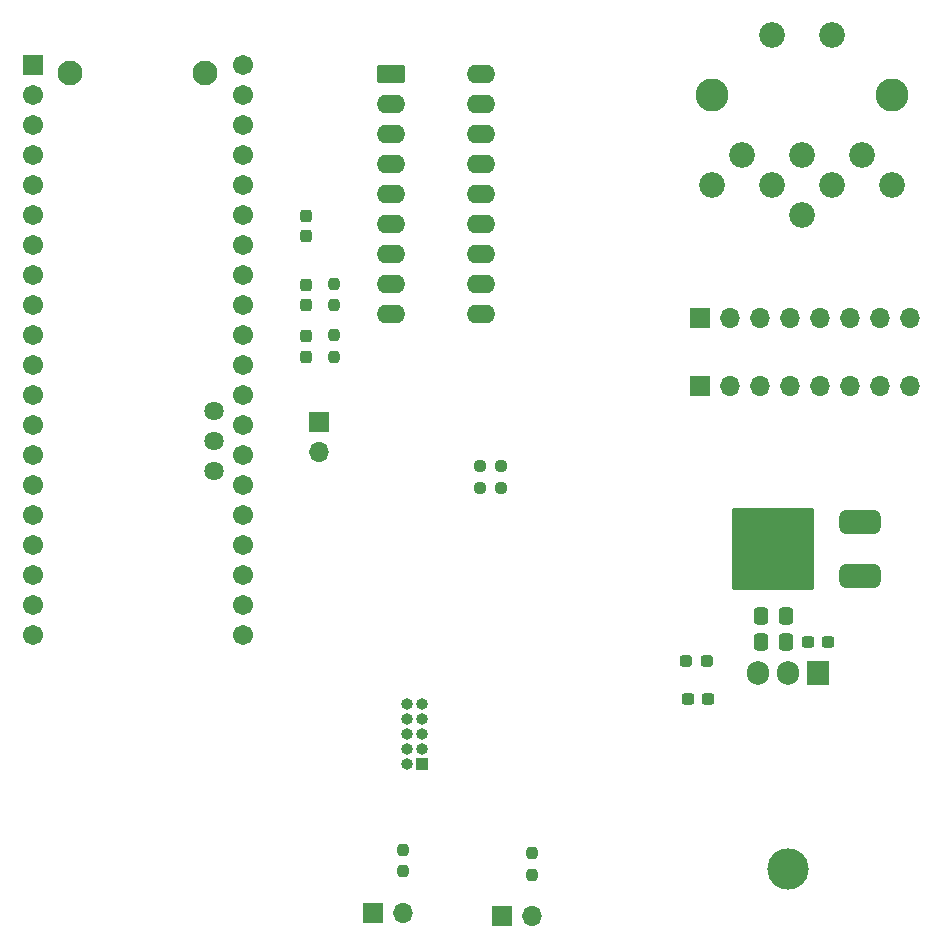
<source format=gbr>
%TF.GenerationSoftware,KiCad,Pcbnew,9.0.0-9.0.0-2~ubuntu24.04.1*%
%TF.CreationDate,2025-03-08T17:31:25+00:00*%
%TF.ProjectId,g5500-net-interface,67353530-302d-46e6-9574-2d696e746572,rev?*%
%TF.SameCoordinates,Original*%
%TF.FileFunction,Soldermask,Top*%
%TF.FilePolarity,Negative*%
%FSLAX46Y46*%
G04 Gerber Fmt 4.6, Leading zero omitted, Abs format (unit mm)*
G04 Created by KiCad (PCBNEW 9.0.0-9.0.0-2~ubuntu24.04.1) date 2025-03-08 17:31:25*
%MOMM*%
%LPD*%
G01*
G04 APERTURE LIST*
G04 Aperture macros list*
%AMRoundRect*
0 Rectangle with rounded corners*
0 $1 Rounding radius*
0 $2 $3 $4 $5 $6 $7 $8 $9 X,Y pos of 4 corners*
0 Add a 4 corners polygon primitive as box body*
4,1,4,$2,$3,$4,$5,$6,$7,$8,$9,$2,$3,0*
0 Add four circle primitives for the rounded corners*
1,1,$1+$1,$2,$3*
1,1,$1+$1,$4,$5*
1,1,$1+$1,$6,$7*
1,1,$1+$1,$8,$9*
0 Add four rect primitives between the rounded corners*
20,1,$1+$1,$2,$3,$4,$5,0*
20,1,$1+$1,$4,$5,$6,$7,0*
20,1,$1+$1,$6,$7,$8,$9,0*
20,1,$1+$1,$8,$9,$2,$3,0*%
G04 Aperture macros list end*
%ADD10RoundRect,0.237500X-0.237500X0.250000X-0.237500X-0.250000X0.237500X-0.250000X0.237500X0.250000X0*%
%ADD11R,1.700000X1.700000*%
%ADD12O,1.700000X1.700000*%
%ADD13C,3.500000*%
%ADD14R,1.905000X2.000000*%
%ADD15O,1.905000X2.000000*%
%ADD16C,2.185200*%
%ADD17C,2.794000*%
%ADD18RoundRect,0.250000X-0.950000X-0.550000X0.950000X-0.550000X0.950000X0.550000X-0.950000X0.550000X0*%
%ADD19O,2.400000X1.600000*%
%ADD20C,1.712000*%
%ADD21RoundRect,0.102000X-0.754000X-0.754000X0.754000X-0.754000X0.754000X0.754000X-0.754000X0.754000X0*%
%ADD22C,2.100000*%
%ADD23C,1.626400*%
%ADD24RoundRect,0.237500X-0.250000X-0.237500X0.250000X-0.237500X0.250000X0.237500X-0.250000X0.237500X0*%
%ADD25RoundRect,0.237500X0.237500X-0.250000X0.237500X0.250000X-0.237500X0.250000X-0.237500X-0.250000X0*%
%ADD26RoundRect,0.237500X0.287500X0.237500X-0.287500X0.237500X-0.287500X-0.237500X0.287500X-0.237500X0*%
%ADD27RoundRect,0.500000X1.250000X0.500000X-1.250000X0.500000X-1.250000X-0.500000X1.250000X-0.500000X0*%
%ADD28RoundRect,0.250000X3.250000X3.250000X-3.250000X3.250000X-3.250000X-3.250000X3.250000X-3.250000X0*%
%ADD29RoundRect,0.237500X0.237500X-0.300000X0.237500X0.300000X-0.237500X0.300000X-0.237500X-0.300000X0*%
%ADD30RoundRect,0.237500X-0.237500X0.300000X-0.237500X-0.300000X0.237500X-0.300000X0.237500X0.300000X0*%
%ADD31RoundRect,0.250000X-0.337500X-0.475000X0.337500X-0.475000X0.337500X0.475000X-0.337500X0.475000X0*%
%ADD32RoundRect,0.237500X0.300000X0.237500X-0.300000X0.237500X-0.300000X-0.237500X0.300000X-0.237500X0*%
%ADD33RoundRect,0.237500X-0.300000X-0.237500X0.300000X-0.237500X0.300000X0.237500X-0.300000X0.237500X0*%
%ADD34R,1.000000X1.000000*%
%ADD35O,1.000000X1.000000*%
G04 APERTURE END LIST*
D10*
%TO.C,R6*%
X85775000Y-112100000D03*
X85775000Y-110275000D03*
%TD*%
%TO.C,R1*%
X74875000Y-109975000D03*
X74875000Y-111800000D03*
%TD*%
D11*
%TO.C,J6*%
X100050000Y-64970000D03*
D12*
X102590000Y-64970000D03*
X105130000Y-64970000D03*
X107670000Y-64970000D03*
X110210000Y-64970000D03*
X112750000Y-64970000D03*
X115290000Y-64970000D03*
X117830000Y-64970000D03*
%TD*%
D11*
%TO.C,J5*%
X100050000Y-70670000D03*
D12*
X102590000Y-70670000D03*
X105130000Y-70670000D03*
X107670000Y-70670000D03*
X110210000Y-70670000D03*
X112750000Y-70670000D03*
X115290000Y-70670000D03*
X117830000Y-70670000D03*
%TD*%
D13*
%TO.C,U3*%
X107500000Y-111630000D03*
D14*
X110040000Y-94970000D03*
D15*
X107500000Y-94970000D03*
X104960000Y-94970000D03*
%TD*%
D16*
%TO.C,J2*%
X108630000Y-51150000D03*
X103550000Y-51150000D03*
X113710000Y-51150000D03*
X106090000Y-53690000D03*
X111170000Y-53690000D03*
X116250000Y-53690000D03*
X108630000Y-56230000D03*
X101010000Y-53690000D03*
X106090000Y-40990000D03*
X111170000Y-40990000D03*
D17*
X116250000Y-46070000D03*
X101010000Y-46070000D03*
%TD*%
D18*
%TO.C,U4*%
X73900000Y-44300000D03*
D19*
X73900000Y-46840000D03*
X73900000Y-49380000D03*
X73900000Y-51920000D03*
X73900000Y-54460000D03*
X73900000Y-57000000D03*
X73900000Y-59540000D03*
X73900000Y-62080000D03*
X73900000Y-64620000D03*
X81520000Y-64620000D03*
X81520000Y-62080000D03*
X81520000Y-59540000D03*
X81520000Y-57000000D03*
X81520000Y-54460000D03*
X81520000Y-51920000D03*
X81520000Y-49380000D03*
X81520000Y-46840000D03*
X81520000Y-44300000D03*
%TD*%
D20*
%TO.C,U1*%
X61300000Y-91800000D03*
X43520000Y-91800000D03*
X61300000Y-89259970D03*
X43520000Y-89259970D03*
X61300000Y-86719970D03*
X43520000Y-86719970D03*
X61300000Y-84179970D03*
X43520000Y-84179970D03*
X61300000Y-81639970D03*
X43520000Y-81639970D03*
X61300000Y-79099969D03*
X43520000Y-79099969D03*
X61300000Y-76559970D03*
X43520000Y-76559970D03*
X61300000Y-74019970D03*
X43520000Y-74019970D03*
X61300000Y-71479970D03*
X43520000Y-71479970D03*
X61300000Y-68940000D03*
X43520000Y-68940000D03*
X61300000Y-66400000D03*
X43520000Y-66400000D03*
X61300000Y-63860000D03*
X43520000Y-63860000D03*
X61300000Y-61320000D03*
X43520000Y-61320000D03*
X61300000Y-58780000D03*
X43520000Y-58780000D03*
X61300000Y-56240000D03*
X43520000Y-56240000D03*
X61300000Y-53700000D03*
X43520000Y-53700000D03*
X61300000Y-51160000D03*
X43520000Y-51160000D03*
X61300000Y-48620000D03*
X43520000Y-48620000D03*
X61300000Y-46080000D03*
X43520000Y-46080000D03*
X61300000Y-43540000D03*
D21*
X43520000Y-43540000D03*
D22*
X58110020Y-44169900D03*
X46710240Y-44169900D03*
D23*
X58910120Y-77870100D03*
X58910120Y-75330100D03*
X58910120Y-72790100D03*
%TD*%
D10*
%TO.C,R5*%
X69000000Y-62050000D03*
X69000000Y-63875000D03*
%TD*%
D24*
%TO.C,R4*%
X81375000Y-77500000D03*
X83200000Y-77500000D03*
%TD*%
D25*
%TO.C,R3*%
X69000000Y-68200000D03*
X69000000Y-66375000D03*
%TD*%
D24*
%TO.C,R2*%
X83200000Y-79300000D03*
X81375000Y-79300000D03*
%TD*%
D11*
%TO.C,J4*%
X72335000Y-115300000D03*
D12*
X74875000Y-115300000D03*
%TD*%
D11*
%TO.C,J3*%
X83235000Y-115600000D03*
D12*
X85775000Y-115600000D03*
%TD*%
D11*
%TO.C,J1*%
X67800000Y-73735000D03*
D12*
X67800000Y-76275000D03*
%TD*%
D26*
%TO.C,FB1*%
X100600000Y-94000000D03*
X98850000Y-94000000D03*
%TD*%
D27*
%TO.C,D1*%
X113575000Y-86770000D03*
D28*
X106175000Y-84470000D03*
D27*
X113575000Y-82190000D03*
%TD*%
D29*
%TO.C,C8*%
X66700000Y-63875000D03*
X66700000Y-62150000D03*
%TD*%
D30*
%TO.C,C7*%
X66700000Y-66475000D03*
X66700000Y-68200000D03*
%TD*%
D31*
%TO.C,C5*%
X105225000Y-92400000D03*
X107300000Y-92400000D03*
%TD*%
%TO.C,C4*%
X105225000Y-90200000D03*
X107300000Y-90200000D03*
%TD*%
D32*
%TO.C,C3*%
X110900000Y-92400000D03*
X109175000Y-92400000D03*
%TD*%
D33*
%TO.C,C2*%
X98975000Y-97200000D03*
X100700000Y-97200000D03*
%TD*%
D30*
%TO.C,C1*%
X66700000Y-56300000D03*
X66700000Y-58025000D03*
%TD*%
D34*
%TO.C,J7*%
X76450000Y-102740000D03*
D35*
X75180000Y-102740000D03*
X76450000Y-101470000D03*
X75180000Y-101470000D03*
X76450000Y-100200000D03*
X75180000Y-100200000D03*
X76450000Y-98930000D03*
X75180000Y-98930000D03*
X76450000Y-97660000D03*
X75180000Y-97660000D03*
%TD*%
M02*

</source>
